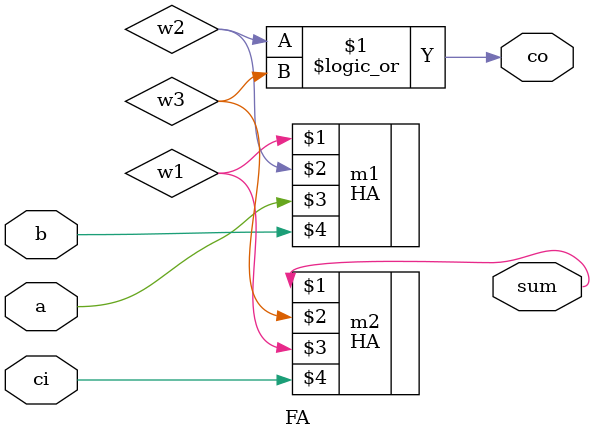
<source format=v>
`timescale 1ns / 1ps

module FA(sum, co, a, b, ci); 

output co, sum; 
input a, b, ci; 
wire w1, w2, w3; 

HA m1(w1, w2, a, b); 
HA m2(sum, w3, w1, ci); 

assign co = w2 || w3;

endmodule

</source>
